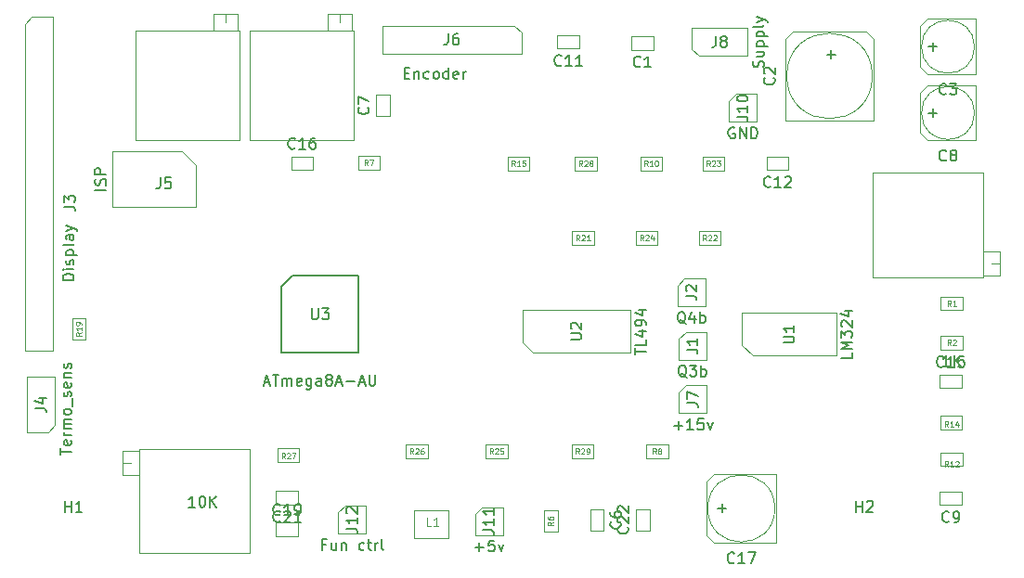
<source format=gbr>
G04 #@! TF.GenerationSoftware,KiCad,Pcbnew,(5.1.4)-1*
G04 #@! TF.CreationDate,2019-11-08T19:54:45+05:00*
G04 #@! TF.ProjectId,powerSupplyArduino,706f7765-7253-4757-9070-6c7941726475,rev?*
G04 #@! TF.SameCoordinates,Original*
G04 #@! TF.FileFunction,Other,Fab,Top*
%FSLAX46Y46*%
G04 Gerber Fmt 4.6, Leading zero omitted, Abs format (unit mm)*
G04 Created by KiCad (PCBNEW (5.1.4)-1) date 2019-11-08 19:54:45*
%MOMM*%
%LPD*%
G04 APERTURE LIST*
%ADD10C,0.100000*%
%ADD11C,0.150000*%
%ADD12C,0.075000*%
%ADD13C,0.120000*%
G04 APERTURE END LIST*
D10*
X151410000Y-53595000D02*
X151410000Y-51690000D01*
X151410000Y-51690000D02*
X156490000Y-51690000D01*
X156490000Y-51690000D02*
X156490000Y-54230000D01*
X156490000Y-54230000D02*
X152045000Y-54230000D01*
X152045000Y-54230000D02*
X151410000Y-53595000D01*
X119805000Y-95250000D02*
X121710000Y-95250000D01*
X121710000Y-95250000D02*
X121710000Y-97790000D01*
X121710000Y-97790000D02*
X119170000Y-97790000D01*
X119170000Y-97790000D02*
X119170000Y-95885000D01*
X119170000Y-95885000D02*
X119805000Y-95250000D01*
X132275000Y-95380000D02*
X134180000Y-95380000D01*
X134180000Y-95380000D02*
X134180000Y-97920000D01*
X134180000Y-97920000D02*
X131640000Y-97920000D01*
X131640000Y-97920000D02*
X131640000Y-96015000D01*
X131640000Y-96015000D02*
X132275000Y-95380000D01*
X155435000Y-57680000D02*
X157340000Y-57680000D01*
X157340000Y-57680000D02*
X157340000Y-60220000D01*
X157340000Y-60220000D02*
X154800000Y-60220000D01*
X154800000Y-60220000D02*
X154800000Y-58315000D01*
X154800000Y-58315000D02*
X155435000Y-57680000D01*
X150875000Y-84270000D02*
X152780000Y-84270000D01*
X152780000Y-84270000D02*
X152780000Y-86810000D01*
X152780000Y-86810000D02*
X150240000Y-86810000D01*
X150240000Y-86810000D02*
X150240000Y-84905000D01*
X150240000Y-84905000D02*
X150875000Y-84270000D01*
X150765000Y-74510000D02*
X152670000Y-74510000D01*
X152670000Y-74510000D02*
X152670000Y-77050000D01*
X152670000Y-77050000D02*
X150130000Y-77050000D01*
X150130000Y-77050000D02*
X150130000Y-75145000D01*
X150130000Y-75145000D02*
X150765000Y-74510000D01*
X150855000Y-79390000D02*
X152760000Y-79390000D01*
X152760000Y-79390000D02*
X152760000Y-81930000D01*
X152760000Y-81930000D02*
X150220000Y-81930000D01*
X150220000Y-81930000D02*
X150220000Y-80025000D01*
X150220000Y-80025000D02*
X150855000Y-79390000D01*
X101035000Y-90075000D02*
X101035000Y-99605000D01*
X101035000Y-99605000D02*
X111065000Y-99605000D01*
X111065000Y-99605000D02*
X111065000Y-90075000D01*
X111065000Y-90075000D02*
X101035000Y-90075000D01*
X99515000Y-90250000D02*
X99515000Y-92440000D01*
X99515000Y-92440000D02*
X101035000Y-92440000D01*
X101035000Y-92440000D02*
X101035000Y-90250000D01*
X101035000Y-90250000D02*
X99515000Y-90250000D01*
X99515000Y-91345000D02*
X100275000Y-91345000D01*
X110175000Y-51881000D02*
X100645000Y-51881000D01*
X100645000Y-51881000D02*
X100645000Y-61911000D01*
X100645000Y-61911000D02*
X110175000Y-61911000D01*
X110175000Y-61911000D02*
X110175000Y-51881000D01*
X110000000Y-50361000D02*
X107810000Y-50361000D01*
X107810000Y-50361000D02*
X107810000Y-51881000D01*
X107810000Y-51881000D02*
X110000000Y-51881000D01*
X110000000Y-51881000D02*
X110000000Y-50361000D01*
X108905000Y-50361000D02*
X108905000Y-51121000D01*
X177975000Y-74415000D02*
X177975000Y-64885000D01*
X177975000Y-64885000D02*
X167945000Y-64885000D01*
X167945000Y-64885000D02*
X167945000Y-74415000D01*
X167945000Y-74415000D02*
X177975000Y-74415000D01*
X179495000Y-74240000D02*
X179495000Y-72050000D01*
X179495000Y-72050000D02*
X177975000Y-72050000D01*
X177975000Y-72050000D02*
X177975000Y-74240000D01*
X177975000Y-74240000D02*
X179495000Y-74240000D01*
X179495000Y-73145000D02*
X178735000Y-73145000D01*
X120589000Y-51881000D02*
X111059000Y-51881000D01*
X111059000Y-51881000D02*
X111059000Y-61911000D01*
X111059000Y-61911000D02*
X120589000Y-61911000D01*
X120589000Y-61911000D02*
X120589000Y-51881000D01*
X120414000Y-50361000D02*
X118224000Y-50361000D01*
X118224000Y-50361000D02*
X118224000Y-51881000D01*
X118224000Y-51881000D02*
X120414000Y-51881000D01*
X120414000Y-51881000D02*
X120414000Y-50361000D01*
X119319000Y-50361000D02*
X119319000Y-51121000D01*
X158989412Y-95510000D02*
G75*
G03X158989412Y-95510000I-3059412J0D01*
G01*
X159080000Y-98660000D02*
X159080000Y-92360000D01*
X153450000Y-98660000D02*
X159080000Y-98660000D01*
X152780000Y-97990000D02*
X153450000Y-98660000D01*
X152780000Y-93030000D02*
X152780000Y-97990000D01*
X153450000Y-92360000D02*
X152780000Y-93030000D01*
X159080000Y-92360000D02*
X153450000Y-92360000D01*
D11*
X114020000Y-75290000D02*
X115020000Y-74290000D01*
X114020000Y-81290000D02*
X114020000Y-75290000D01*
X121020000Y-81290000D02*
X114020000Y-81290000D01*
X121020000Y-74290000D02*
X121020000Y-81290000D01*
X115020000Y-74290000D02*
X121020000Y-74290000D01*
D10*
X136925000Y-81300000D02*
X135950000Y-80325000D01*
X145850000Y-81300000D02*
X136925000Y-81300000D01*
X145850000Y-77400000D02*
X145850000Y-81300000D01*
X135950000Y-77400000D02*
X145850000Y-77400000D01*
X135950000Y-80325000D02*
X135950000Y-77400000D01*
X156950000Y-81570000D02*
X155975000Y-80595000D01*
X164625000Y-81570000D02*
X156950000Y-81570000D01*
X164625000Y-77670000D02*
X164625000Y-81570000D01*
X155975000Y-77670000D02*
X164625000Y-77670000D01*
X155975000Y-80595000D02*
X155975000Y-77670000D01*
X142460000Y-89680000D02*
X142460000Y-90920000D01*
X140460000Y-89680000D02*
X142460000Y-89680000D01*
X140460000Y-90920000D02*
X140460000Y-89680000D01*
X142460000Y-90920000D02*
X140460000Y-90920000D01*
X140750000Y-64652000D02*
X140750000Y-63412000D01*
X142750000Y-64652000D02*
X140750000Y-64652000D01*
X142750000Y-63412000D02*
X142750000Y-64652000D01*
X140750000Y-63412000D02*
X142750000Y-63412000D01*
X113610000Y-89990000D02*
X115610000Y-89990000D01*
X115610000Y-89990000D02*
X115610000Y-91230000D01*
X115610000Y-91230000D02*
X113610000Y-91230000D01*
X113610000Y-91230000D02*
X113610000Y-89990000D01*
X125350000Y-90920000D02*
X125350000Y-89680000D01*
X127350000Y-90920000D02*
X125350000Y-90920000D01*
X127350000Y-89680000D02*
X127350000Y-90920000D01*
X125350000Y-89680000D02*
X127350000Y-89680000D01*
X134610000Y-90920000D02*
X132610000Y-90920000D01*
X132610000Y-90920000D02*
X132610000Y-89680000D01*
X132610000Y-89680000D02*
X134610000Y-89680000D01*
X134610000Y-89680000D02*
X134610000Y-90920000D01*
X148300000Y-71464000D02*
X146300000Y-71464000D01*
X146300000Y-71464000D02*
X146300000Y-70224000D01*
X146300000Y-70224000D02*
X148300000Y-70224000D01*
X148300000Y-70224000D02*
X148300000Y-71464000D01*
X154400000Y-63412000D02*
X154400000Y-64652000D01*
X152400000Y-63412000D02*
X154400000Y-63412000D01*
X152400000Y-64652000D02*
X152400000Y-63412000D01*
X154400000Y-64652000D02*
X152400000Y-64652000D01*
X154050000Y-70224000D02*
X154050000Y-71464000D01*
X152050000Y-70224000D02*
X154050000Y-70224000D01*
X152050000Y-71464000D02*
X152050000Y-70224000D01*
X154050000Y-71464000D02*
X152050000Y-71464000D01*
X142500000Y-71464000D02*
X140500000Y-71464000D01*
X140500000Y-71464000D02*
X140500000Y-70224000D01*
X140500000Y-70224000D02*
X142500000Y-70224000D01*
X142500000Y-70224000D02*
X142500000Y-71464000D01*
X94910000Y-78130000D02*
X96150000Y-78130000D01*
X94910000Y-80130000D02*
X94910000Y-78130000D01*
X96150000Y-80130000D02*
X94910000Y-80130000D01*
X96150000Y-78130000D02*
X96150000Y-80130000D01*
X134610000Y-64652000D02*
X134610000Y-63412000D01*
X136610000Y-64652000D02*
X134610000Y-64652000D01*
X136610000Y-63412000D02*
X136610000Y-64652000D01*
X134610000Y-63412000D02*
X136610000Y-63412000D01*
X176070000Y-87030000D02*
X176070000Y-88270000D01*
X174070000Y-87030000D02*
X176070000Y-87030000D01*
X174070000Y-88270000D02*
X174070000Y-87030000D01*
X176070000Y-88270000D02*
X174070000Y-88270000D01*
X174130000Y-91650000D02*
X174130000Y-90410000D01*
X176130000Y-91650000D02*
X174130000Y-91650000D01*
X176130000Y-90410000D02*
X176130000Y-91650000D01*
X174130000Y-90410000D02*
X176130000Y-90410000D01*
X146710000Y-64652000D02*
X146710000Y-63412000D01*
X148710000Y-64652000D02*
X146710000Y-64652000D01*
X148710000Y-63412000D02*
X148710000Y-64652000D01*
X146710000Y-63412000D02*
X148710000Y-63412000D01*
X147250000Y-90920000D02*
X147250000Y-89680000D01*
X149250000Y-90920000D02*
X147250000Y-90920000D01*
X149250000Y-89680000D02*
X149250000Y-90920000D01*
X147250000Y-89680000D02*
X149250000Y-89680000D01*
X120970000Y-63344000D02*
X122970000Y-63344000D01*
X122970000Y-63344000D02*
X122970000Y-64584000D01*
X122970000Y-64584000D02*
X120970000Y-64584000D01*
X120970000Y-64584000D02*
X120970000Y-63344000D01*
X139168000Y-97650000D02*
X137928000Y-97650000D01*
X139168000Y-95650000D02*
X139168000Y-97650000D01*
X137928000Y-95650000D02*
X139168000Y-95650000D01*
X137928000Y-97650000D02*
X137928000Y-95650000D01*
X174130000Y-80985000D02*
X174130000Y-79745000D01*
X176130000Y-80985000D02*
X174130000Y-80985000D01*
X176130000Y-79745000D02*
X176130000Y-80985000D01*
X174130000Y-79745000D02*
X176130000Y-79745000D01*
X174130000Y-76170000D02*
X176130000Y-76170000D01*
X176130000Y-76170000D02*
X176130000Y-77410000D01*
X176130000Y-77410000D02*
X174130000Y-77410000D01*
X174130000Y-77410000D02*
X174130000Y-76170000D01*
X126048000Y-95680000D02*
X129248000Y-95680000D01*
X126048000Y-98180000D02*
X126048000Y-95680000D01*
X129248000Y-98180000D02*
X126048000Y-98180000D01*
X129248000Y-95680000D02*
X129248000Y-98180000D01*
X135870000Y-52095000D02*
X135870000Y-54000000D01*
X135870000Y-54000000D02*
X123170000Y-54000000D01*
X123170000Y-54000000D02*
X123170000Y-51460000D01*
X123170000Y-51460000D02*
X135235000Y-51460000D01*
X135235000Y-51460000D02*
X135870000Y-52095000D01*
X106210000Y-64190000D02*
X106210000Y-68000000D01*
X106210000Y-68000000D02*
X98590000Y-68000000D01*
X98590000Y-68000000D02*
X98590000Y-62920000D01*
X98590000Y-62920000D02*
X104940000Y-62920000D01*
X104940000Y-62920000D02*
X106210000Y-64190000D01*
X92715000Y-88560000D02*
X90810000Y-88560000D01*
X90810000Y-88560000D02*
X90810000Y-83480000D01*
X90810000Y-83480000D02*
X93350000Y-83480000D01*
X93350000Y-83480000D02*
X93350000Y-87925000D01*
X93350000Y-87925000D02*
X92715000Y-88560000D01*
X91235000Y-50640000D02*
X93140000Y-50640000D01*
X93140000Y-50640000D02*
X93140000Y-81120000D01*
X93140000Y-81120000D02*
X90600000Y-81120000D01*
X90600000Y-81120000D02*
X90600000Y-51275000D01*
X90600000Y-51275000D02*
X91235000Y-50640000D01*
X147550000Y-97550000D02*
X146310000Y-97550000D01*
X147550000Y-95550000D02*
X147550000Y-97550000D01*
X146310000Y-95550000D02*
X147550000Y-95550000D01*
X146310000Y-97550000D02*
X146310000Y-95550000D01*
X115510000Y-93930000D02*
X115510000Y-95170000D01*
X113510000Y-93930000D02*
X115510000Y-93930000D01*
X113510000Y-95170000D02*
X113510000Y-93930000D01*
X115510000Y-95170000D02*
X113510000Y-95170000D01*
X113510000Y-98040000D02*
X113510000Y-96800000D01*
X115510000Y-98040000D02*
X113510000Y-98040000D01*
X115510000Y-96800000D02*
X115510000Y-98040000D01*
X113510000Y-96800000D02*
X115510000Y-96800000D01*
X114870000Y-64620000D02*
X114870000Y-63380000D01*
X116870000Y-64620000D02*
X114870000Y-64620000D01*
X116870000Y-63380000D02*
X116870000Y-64620000D01*
X114870000Y-63380000D02*
X116870000Y-63380000D01*
X174030000Y-83290000D02*
X176030000Y-83290000D01*
X176030000Y-83290000D02*
X176030000Y-84530000D01*
X176030000Y-84530000D02*
X174030000Y-84530000D01*
X174030000Y-84530000D02*
X174030000Y-83290000D01*
X160240000Y-63382000D02*
X160240000Y-64622000D01*
X158240000Y-63382000D02*
X160240000Y-63382000D01*
X158240000Y-64622000D02*
X158240000Y-63382000D01*
X160240000Y-64622000D02*
X158240000Y-64622000D01*
X141160000Y-52310000D02*
X141160000Y-53550000D01*
X139160000Y-52310000D02*
X141160000Y-52310000D01*
X139160000Y-53550000D02*
X139160000Y-52310000D01*
X141160000Y-53550000D02*
X139160000Y-53550000D01*
X176030000Y-93955000D02*
X176030000Y-95195000D01*
X174030000Y-93955000D02*
X176030000Y-93955000D01*
X174030000Y-95195000D02*
X174030000Y-93955000D01*
X176030000Y-95195000D02*
X174030000Y-95195000D01*
X177198677Y-59420000D02*
G75*
G03X177198677Y-59420000I-2418677J0D01*
G01*
X177290000Y-61910000D02*
X177290000Y-56880000D01*
X172940000Y-61910000D02*
X177290000Y-61910000D01*
X172270000Y-61240000D02*
X172940000Y-61910000D01*
X172270000Y-57550000D02*
X172270000Y-61240000D01*
X172940000Y-56880000D02*
X172270000Y-57550000D01*
X177290000Y-56880000D02*
X172940000Y-56880000D01*
X123890000Y-59730000D02*
X122650000Y-59730000D01*
X123890000Y-57730000D02*
X123890000Y-59730000D01*
X122650000Y-57730000D02*
X123890000Y-57730000D01*
X122650000Y-59730000D02*
X122650000Y-57730000D01*
X142134000Y-95550000D02*
X143374000Y-95550000D01*
X142134000Y-97550000D02*
X142134000Y-95550000D01*
X143374000Y-97550000D02*
X142134000Y-97550000D01*
X143374000Y-95550000D02*
X143374000Y-97550000D01*
X177198677Y-53370000D02*
G75*
G03X177198677Y-53370000I-2418677J0D01*
G01*
X177290000Y-55860000D02*
X177290000Y-50830000D01*
X172940000Y-55860000D02*
X177290000Y-55860000D01*
X172270000Y-55190000D02*
X172940000Y-55860000D01*
X172270000Y-51500000D02*
X172270000Y-55190000D01*
X172940000Y-50830000D02*
X172270000Y-51500000D01*
X177290000Y-50830000D02*
X172940000Y-50830000D01*
X167885125Y-56040000D02*
G75*
G03X167885125Y-56040000I-3905125J0D01*
G01*
X159940000Y-60080000D02*
X168020000Y-60080000D01*
X159940000Y-52670000D02*
X159940000Y-60080000D01*
X160610000Y-52000000D02*
X159940000Y-52670000D01*
X167350000Y-52000000D02*
X160610000Y-52000000D01*
X168020000Y-52670000D02*
X167350000Y-52000000D01*
X168020000Y-60080000D02*
X168020000Y-52670000D01*
X147900000Y-52420000D02*
X147900000Y-53660000D01*
X145900000Y-52420000D02*
X147900000Y-52420000D01*
X145900000Y-53660000D02*
X145900000Y-52420000D01*
X147900000Y-53660000D02*
X145900000Y-53660000D01*
D11*
X94238095Y-95822380D02*
X94238095Y-94822380D01*
X94238095Y-95298571D02*
X94809523Y-95298571D01*
X94809523Y-95822380D02*
X94809523Y-94822380D01*
X95809523Y-95822380D02*
X95238095Y-95822380D01*
X95523809Y-95822380D02*
X95523809Y-94822380D01*
X95428571Y-94965238D01*
X95333333Y-95060476D01*
X95238095Y-95108095D01*
X166368095Y-95822380D02*
X166368095Y-94822380D01*
X166368095Y-95298571D02*
X166939523Y-95298571D01*
X166939523Y-95822380D02*
X166939523Y-94822380D01*
X167368095Y-94917619D02*
X167415714Y-94870000D01*
X167510952Y-94822380D01*
X167749047Y-94822380D01*
X167844285Y-94870000D01*
X167891904Y-94917619D01*
X167939523Y-95012857D01*
X167939523Y-95108095D01*
X167891904Y-95250952D01*
X167320476Y-95822380D01*
X167939523Y-95822380D01*
X157954761Y-55245714D02*
X158002380Y-55102857D01*
X158002380Y-54864761D01*
X157954761Y-54769523D01*
X157907142Y-54721904D01*
X157811904Y-54674285D01*
X157716666Y-54674285D01*
X157621428Y-54721904D01*
X157573809Y-54769523D01*
X157526190Y-54864761D01*
X157478571Y-55055238D01*
X157430952Y-55150476D01*
X157383333Y-55198095D01*
X157288095Y-55245714D01*
X157192857Y-55245714D01*
X157097619Y-55198095D01*
X157050000Y-55150476D01*
X157002380Y-55055238D01*
X157002380Y-54817142D01*
X157050000Y-54674285D01*
X157335714Y-53817142D02*
X158002380Y-53817142D01*
X157335714Y-54245714D02*
X157859523Y-54245714D01*
X157954761Y-54198095D01*
X158002380Y-54102857D01*
X158002380Y-53960000D01*
X157954761Y-53864761D01*
X157907142Y-53817142D01*
X157335714Y-53340952D02*
X158335714Y-53340952D01*
X157383333Y-53340952D02*
X157335714Y-53245714D01*
X157335714Y-53055238D01*
X157383333Y-52960000D01*
X157430952Y-52912380D01*
X157526190Y-52864761D01*
X157811904Y-52864761D01*
X157907142Y-52912380D01*
X157954761Y-52960000D01*
X158002380Y-53055238D01*
X158002380Y-53245714D01*
X157954761Y-53340952D01*
X157335714Y-52436190D02*
X158335714Y-52436190D01*
X157383333Y-52436190D02*
X157335714Y-52340952D01*
X157335714Y-52150476D01*
X157383333Y-52055238D01*
X157430952Y-52007619D01*
X157526190Y-51960000D01*
X157811904Y-51960000D01*
X157907142Y-52007619D01*
X157954761Y-52055238D01*
X158002380Y-52150476D01*
X158002380Y-52340952D01*
X157954761Y-52436190D01*
X158002380Y-51388571D02*
X157954761Y-51483809D01*
X157859523Y-51531428D01*
X157002380Y-51531428D01*
X157335714Y-51102857D02*
X158002380Y-50864761D01*
X157335714Y-50626666D02*
X158002380Y-50864761D01*
X158240476Y-50960000D01*
X158288095Y-51007619D01*
X158335714Y-51102857D01*
X153616666Y-52412380D02*
X153616666Y-53126666D01*
X153569047Y-53269523D01*
X153473809Y-53364761D01*
X153330952Y-53412380D01*
X153235714Y-53412380D01*
X154235714Y-52840952D02*
X154140476Y-52793333D01*
X154092857Y-52745714D01*
X154045238Y-52650476D01*
X154045238Y-52602857D01*
X154092857Y-52507619D01*
X154140476Y-52460000D01*
X154235714Y-52412380D01*
X154426190Y-52412380D01*
X154521428Y-52460000D01*
X154569047Y-52507619D01*
X154616666Y-52602857D01*
X154616666Y-52650476D01*
X154569047Y-52745714D01*
X154521428Y-52793333D01*
X154426190Y-52840952D01*
X154235714Y-52840952D01*
X154140476Y-52888571D01*
X154092857Y-52936190D01*
X154045238Y-53031428D01*
X154045238Y-53221904D01*
X154092857Y-53317142D01*
X154140476Y-53364761D01*
X154235714Y-53412380D01*
X154426190Y-53412380D01*
X154521428Y-53364761D01*
X154569047Y-53317142D01*
X154616666Y-53221904D01*
X154616666Y-53031428D01*
X154569047Y-52936190D01*
X154521428Y-52888571D01*
X154426190Y-52840952D01*
X118011428Y-98778571D02*
X117678095Y-98778571D01*
X117678095Y-99302380D02*
X117678095Y-98302380D01*
X118154285Y-98302380D01*
X118963809Y-98635714D02*
X118963809Y-99302380D01*
X118535238Y-98635714D02*
X118535238Y-99159523D01*
X118582857Y-99254761D01*
X118678095Y-99302380D01*
X118820952Y-99302380D01*
X118916190Y-99254761D01*
X118963809Y-99207142D01*
X119440000Y-98635714D02*
X119440000Y-99302380D01*
X119440000Y-98730952D02*
X119487619Y-98683333D01*
X119582857Y-98635714D01*
X119725714Y-98635714D01*
X119820952Y-98683333D01*
X119868571Y-98778571D01*
X119868571Y-99302380D01*
X121535238Y-99254761D02*
X121440000Y-99302380D01*
X121249523Y-99302380D01*
X121154285Y-99254761D01*
X121106666Y-99207142D01*
X121059047Y-99111904D01*
X121059047Y-98826190D01*
X121106666Y-98730952D01*
X121154285Y-98683333D01*
X121249523Y-98635714D01*
X121440000Y-98635714D01*
X121535238Y-98683333D01*
X121820952Y-98635714D02*
X122201904Y-98635714D01*
X121963809Y-98302380D02*
X121963809Y-99159523D01*
X122011428Y-99254761D01*
X122106666Y-99302380D01*
X122201904Y-99302380D01*
X122535238Y-99302380D02*
X122535238Y-98635714D01*
X122535238Y-98826190D02*
X122582857Y-98730952D01*
X122630476Y-98683333D01*
X122725714Y-98635714D01*
X122820952Y-98635714D01*
X123297142Y-99302380D02*
X123201904Y-99254761D01*
X123154285Y-99159523D01*
X123154285Y-98302380D01*
X119892380Y-97329523D02*
X120606666Y-97329523D01*
X120749523Y-97377142D01*
X120844761Y-97472380D01*
X120892380Y-97615238D01*
X120892380Y-97710476D01*
X120892380Y-96329523D02*
X120892380Y-96900952D01*
X120892380Y-96615238D02*
X119892380Y-96615238D01*
X120035238Y-96710476D01*
X120130476Y-96805714D01*
X120178095Y-96900952D01*
X119987619Y-95948571D02*
X119940000Y-95900952D01*
X119892380Y-95805714D01*
X119892380Y-95567619D01*
X119940000Y-95472380D01*
X119987619Y-95424761D01*
X120082857Y-95377142D01*
X120178095Y-95377142D01*
X120320952Y-95424761D01*
X120892380Y-95996190D01*
X120892380Y-95377142D01*
X131671904Y-99051428D02*
X132433809Y-99051428D01*
X132052857Y-99432380D02*
X132052857Y-98670476D01*
X133386190Y-98432380D02*
X132910000Y-98432380D01*
X132862380Y-98908571D01*
X132910000Y-98860952D01*
X133005238Y-98813333D01*
X133243333Y-98813333D01*
X133338571Y-98860952D01*
X133386190Y-98908571D01*
X133433809Y-99003809D01*
X133433809Y-99241904D01*
X133386190Y-99337142D01*
X133338571Y-99384761D01*
X133243333Y-99432380D01*
X133005238Y-99432380D01*
X132910000Y-99384761D01*
X132862380Y-99337142D01*
X133767142Y-98765714D02*
X134005238Y-99432380D01*
X134243333Y-98765714D01*
X132362380Y-97459523D02*
X133076666Y-97459523D01*
X133219523Y-97507142D01*
X133314761Y-97602380D01*
X133362380Y-97745238D01*
X133362380Y-97840476D01*
X133362380Y-96459523D02*
X133362380Y-97030952D01*
X133362380Y-96745238D02*
X132362380Y-96745238D01*
X132505238Y-96840476D01*
X132600476Y-96935714D01*
X132648095Y-97030952D01*
X133362380Y-95507142D02*
X133362380Y-96078571D01*
X133362380Y-95792857D02*
X132362380Y-95792857D01*
X132505238Y-95888095D01*
X132600476Y-95983333D01*
X132648095Y-96078571D01*
X155308095Y-60780000D02*
X155212857Y-60732380D01*
X155070000Y-60732380D01*
X154927142Y-60780000D01*
X154831904Y-60875238D01*
X154784285Y-60970476D01*
X154736666Y-61160952D01*
X154736666Y-61303809D01*
X154784285Y-61494285D01*
X154831904Y-61589523D01*
X154927142Y-61684761D01*
X155070000Y-61732380D01*
X155165238Y-61732380D01*
X155308095Y-61684761D01*
X155355714Y-61637142D01*
X155355714Y-61303809D01*
X155165238Y-61303809D01*
X155784285Y-61732380D02*
X155784285Y-60732380D01*
X156355714Y-61732380D01*
X156355714Y-60732380D01*
X156831904Y-61732380D02*
X156831904Y-60732380D01*
X157070000Y-60732380D01*
X157212857Y-60780000D01*
X157308095Y-60875238D01*
X157355714Y-60970476D01*
X157403333Y-61160952D01*
X157403333Y-61303809D01*
X157355714Y-61494285D01*
X157308095Y-61589523D01*
X157212857Y-61684761D01*
X157070000Y-61732380D01*
X156831904Y-61732380D01*
X155522380Y-59759523D02*
X156236666Y-59759523D01*
X156379523Y-59807142D01*
X156474761Y-59902380D01*
X156522380Y-60045238D01*
X156522380Y-60140476D01*
X156522380Y-58759523D02*
X156522380Y-59330952D01*
X156522380Y-59045238D02*
X155522380Y-59045238D01*
X155665238Y-59140476D01*
X155760476Y-59235714D01*
X155808095Y-59330952D01*
X155522380Y-58140476D02*
X155522380Y-58045238D01*
X155570000Y-57950000D01*
X155617619Y-57902380D01*
X155712857Y-57854761D01*
X155903333Y-57807142D01*
X156141428Y-57807142D01*
X156331904Y-57854761D01*
X156427142Y-57902380D01*
X156474761Y-57950000D01*
X156522380Y-58045238D01*
X156522380Y-58140476D01*
X156474761Y-58235714D01*
X156427142Y-58283333D01*
X156331904Y-58330952D01*
X156141428Y-58378571D01*
X155903333Y-58378571D01*
X155712857Y-58330952D01*
X155617619Y-58283333D01*
X155570000Y-58235714D01*
X155522380Y-58140476D01*
X149795714Y-87941428D02*
X150557619Y-87941428D01*
X150176666Y-88322380D02*
X150176666Y-87560476D01*
X151557619Y-88322380D02*
X150986190Y-88322380D01*
X151271904Y-88322380D02*
X151271904Y-87322380D01*
X151176666Y-87465238D01*
X151081428Y-87560476D01*
X150986190Y-87608095D01*
X152462380Y-87322380D02*
X151986190Y-87322380D01*
X151938571Y-87798571D01*
X151986190Y-87750952D01*
X152081428Y-87703333D01*
X152319523Y-87703333D01*
X152414761Y-87750952D01*
X152462380Y-87798571D01*
X152510000Y-87893809D01*
X152510000Y-88131904D01*
X152462380Y-88227142D01*
X152414761Y-88274761D01*
X152319523Y-88322380D01*
X152081428Y-88322380D01*
X151986190Y-88274761D01*
X151938571Y-88227142D01*
X152843333Y-87655714D02*
X153081428Y-88322380D01*
X153319523Y-87655714D01*
X150962380Y-85873333D02*
X151676666Y-85873333D01*
X151819523Y-85920952D01*
X151914761Y-86016190D01*
X151962380Y-86159047D01*
X151962380Y-86254285D01*
X150962380Y-85492380D02*
X150962380Y-84825714D01*
X151962380Y-85254285D01*
X150852380Y-78657619D02*
X150757142Y-78610000D01*
X150661904Y-78514761D01*
X150519047Y-78371904D01*
X150423809Y-78324285D01*
X150328571Y-78324285D01*
X150376190Y-78562380D02*
X150280952Y-78514761D01*
X150185714Y-78419523D01*
X150138095Y-78229047D01*
X150138095Y-77895714D01*
X150185714Y-77705238D01*
X150280952Y-77610000D01*
X150376190Y-77562380D01*
X150566666Y-77562380D01*
X150661904Y-77610000D01*
X150757142Y-77705238D01*
X150804761Y-77895714D01*
X150804761Y-78229047D01*
X150757142Y-78419523D01*
X150661904Y-78514761D01*
X150566666Y-78562380D01*
X150376190Y-78562380D01*
X151661904Y-77895714D02*
X151661904Y-78562380D01*
X151423809Y-77514761D02*
X151185714Y-78229047D01*
X151804761Y-78229047D01*
X152185714Y-78562380D02*
X152185714Y-77562380D01*
X152185714Y-77943333D02*
X152280952Y-77895714D01*
X152471428Y-77895714D01*
X152566666Y-77943333D01*
X152614285Y-77990952D01*
X152661904Y-78086190D01*
X152661904Y-78371904D01*
X152614285Y-78467142D01*
X152566666Y-78514761D01*
X152471428Y-78562380D01*
X152280952Y-78562380D01*
X152185714Y-78514761D01*
X150852380Y-76113333D02*
X151566666Y-76113333D01*
X151709523Y-76160952D01*
X151804761Y-76256190D01*
X151852380Y-76399047D01*
X151852380Y-76494285D01*
X150947619Y-75684761D02*
X150900000Y-75637142D01*
X150852380Y-75541904D01*
X150852380Y-75303809D01*
X150900000Y-75208571D01*
X150947619Y-75160952D01*
X151042857Y-75113333D01*
X151138095Y-75113333D01*
X151280952Y-75160952D01*
X151852380Y-75732380D01*
X151852380Y-75113333D01*
X150942380Y-83537619D02*
X150847142Y-83490000D01*
X150751904Y-83394761D01*
X150609047Y-83251904D01*
X150513809Y-83204285D01*
X150418571Y-83204285D01*
X150466190Y-83442380D02*
X150370952Y-83394761D01*
X150275714Y-83299523D01*
X150228095Y-83109047D01*
X150228095Y-82775714D01*
X150275714Y-82585238D01*
X150370952Y-82490000D01*
X150466190Y-82442380D01*
X150656666Y-82442380D01*
X150751904Y-82490000D01*
X150847142Y-82585238D01*
X150894761Y-82775714D01*
X150894761Y-83109047D01*
X150847142Y-83299523D01*
X150751904Y-83394761D01*
X150656666Y-83442380D01*
X150466190Y-83442380D01*
X151228095Y-82442380D02*
X151847142Y-82442380D01*
X151513809Y-82823333D01*
X151656666Y-82823333D01*
X151751904Y-82870952D01*
X151799523Y-82918571D01*
X151847142Y-83013809D01*
X151847142Y-83251904D01*
X151799523Y-83347142D01*
X151751904Y-83394761D01*
X151656666Y-83442380D01*
X151370952Y-83442380D01*
X151275714Y-83394761D01*
X151228095Y-83347142D01*
X152275714Y-83442380D02*
X152275714Y-82442380D01*
X152275714Y-82823333D02*
X152370952Y-82775714D01*
X152561428Y-82775714D01*
X152656666Y-82823333D01*
X152704285Y-82870952D01*
X152751904Y-82966190D01*
X152751904Y-83251904D01*
X152704285Y-83347142D01*
X152656666Y-83394761D01*
X152561428Y-83442380D01*
X152370952Y-83442380D01*
X152275714Y-83394761D01*
X150942380Y-80993333D02*
X151656666Y-80993333D01*
X151799523Y-81040952D01*
X151894761Y-81136190D01*
X151942380Y-81279047D01*
X151942380Y-81374285D01*
X151942380Y-79993333D02*
X151942380Y-80564761D01*
X151942380Y-80279047D02*
X150942380Y-80279047D01*
X151085238Y-80374285D01*
X151180476Y-80469523D01*
X151228095Y-80564761D01*
X106109523Y-95382380D02*
X105538095Y-95382380D01*
X105823809Y-95382380D02*
X105823809Y-94382380D01*
X105728571Y-94525238D01*
X105633333Y-94620476D01*
X105538095Y-94668095D01*
X106728571Y-94382380D02*
X106823809Y-94382380D01*
X106919047Y-94430000D01*
X106966666Y-94477619D01*
X107014285Y-94572857D01*
X107061904Y-94763333D01*
X107061904Y-95001428D01*
X107014285Y-95191904D01*
X106966666Y-95287142D01*
X106919047Y-95334761D01*
X106823809Y-95382380D01*
X106728571Y-95382380D01*
X106633333Y-95334761D01*
X106585714Y-95287142D01*
X106538095Y-95191904D01*
X106490476Y-95001428D01*
X106490476Y-94763333D01*
X106538095Y-94572857D01*
X106585714Y-94477619D01*
X106633333Y-94430000D01*
X106728571Y-94382380D01*
X107490476Y-95382380D02*
X107490476Y-94382380D01*
X108061904Y-95382380D02*
X107633333Y-94810952D01*
X108061904Y-94382380D02*
X107490476Y-94953809D01*
X153799047Y-95501428D02*
X154560952Y-95501428D01*
X154180000Y-95882380D02*
X154180000Y-95120476D01*
X155287142Y-100427142D02*
X155239523Y-100474761D01*
X155096666Y-100522380D01*
X155001428Y-100522380D01*
X154858571Y-100474761D01*
X154763333Y-100379523D01*
X154715714Y-100284285D01*
X154668095Y-100093809D01*
X154668095Y-99950952D01*
X154715714Y-99760476D01*
X154763333Y-99665238D01*
X154858571Y-99570000D01*
X155001428Y-99522380D01*
X155096666Y-99522380D01*
X155239523Y-99570000D01*
X155287142Y-99617619D01*
X156239523Y-100522380D02*
X155668095Y-100522380D01*
X155953809Y-100522380D02*
X155953809Y-99522380D01*
X155858571Y-99665238D01*
X155763333Y-99760476D01*
X155668095Y-99808095D01*
X156572857Y-99522380D02*
X157239523Y-99522380D01*
X156810952Y-100522380D01*
X112424761Y-84006666D02*
X112900952Y-84006666D01*
X112329523Y-84292380D02*
X112662857Y-83292380D01*
X112996190Y-84292380D01*
X113186666Y-83292380D02*
X113758095Y-83292380D01*
X113472380Y-84292380D02*
X113472380Y-83292380D01*
X114091428Y-84292380D02*
X114091428Y-83625714D01*
X114091428Y-83720952D02*
X114139047Y-83673333D01*
X114234285Y-83625714D01*
X114377142Y-83625714D01*
X114472380Y-83673333D01*
X114520000Y-83768571D01*
X114520000Y-84292380D01*
X114520000Y-83768571D02*
X114567619Y-83673333D01*
X114662857Y-83625714D01*
X114805714Y-83625714D01*
X114900952Y-83673333D01*
X114948571Y-83768571D01*
X114948571Y-84292380D01*
X115805714Y-84244761D02*
X115710476Y-84292380D01*
X115520000Y-84292380D01*
X115424761Y-84244761D01*
X115377142Y-84149523D01*
X115377142Y-83768571D01*
X115424761Y-83673333D01*
X115520000Y-83625714D01*
X115710476Y-83625714D01*
X115805714Y-83673333D01*
X115853333Y-83768571D01*
X115853333Y-83863809D01*
X115377142Y-83959047D01*
X116710476Y-83625714D02*
X116710476Y-84435238D01*
X116662857Y-84530476D01*
X116615238Y-84578095D01*
X116520000Y-84625714D01*
X116377142Y-84625714D01*
X116281904Y-84578095D01*
X116710476Y-84244761D02*
X116615238Y-84292380D01*
X116424761Y-84292380D01*
X116329523Y-84244761D01*
X116281904Y-84197142D01*
X116234285Y-84101904D01*
X116234285Y-83816190D01*
X116281904Y-83720952D01*
X116329523Y-83673333D01*
X116424761Y-83625714D01*
X116615238Y-83625714D01*
X116710476Y-83673333D01*
X117615238Y-84292380D02*
X117615238Y-83768571D01*
X117567619Y-83673333D01*
X117472380Y-83625714D01*
X117281904Y-83625714D01*
X117186666Y-83673333D01*
X117615238Y-84244761D02*
X117520000Y-84292380D01*
X117281904Y-84292380D01*
X117186666Y-84244761D01*
X117139047Y-84149523D01*
X117139047Y-84054285D01*
X117186666Y-83959047D01*
X117281904Y-83911428D01*
X117520000Y-83911428D01*
X117615238Y-83863809D01*
X118234285Y-83720952D02*
X118139047Y-83673333D01*
X118091428Y-83625714D01*
X118043809Y-83530476D01*
X118043809Y-83482857D01*
X118091428Y-83387619D01*
X118139047Y-83340000D01*
X118234285Y-83292380D01*
X118424761Y-83292380D01*
X118520000Y-83340000D01*
X118567619Y-83387619D01*
X118615238Y-83482857D01*
X118615238Y-83530476D01*
X118567619Y-83625714D01*
X118520000Y-83673333D01*
X118424761Y-83720952D01*
X118234285Y-83720952D01*
X118139047Y-83768571D01*
X118091428Y-83816190D01*
X118043809Y-83911428D01*
X118043809Y-84101904D01*
X118091428Y-84197142D01*
X118139047Y-84244761D01*
X118234285Y-84292380D01*
X118424761Y-84292380D01*
X118520000Y-84244761D01*
X118567619Y-84197142D01*
X118615238Y-84101904D01*
X118615238Y-83911428D01*
X118567619Y-83816190D01*
X118520000Y-83768571D01*
X118424761Y-83720952D01*
X118996190Y-84006666D02*
X119472380Y-84006666D01*
X118900952Y-84292380D02*
X119234285Y-83292380D01*
X119567619Y-84292380D01*
X119900952Y-83911428D02*
X120662857Y-83911428D01*
X121091428Y-84006666D02*
X121567619Y-84006666D01*
X120996190Y-84292380D02*
X121329523Y-83292380D01*
X121662857Y-84292380D01*
X121996190Y-83292380D02*
X121996190Y-84101904D01*
X122043809Y-84197142D01*
X122091428Y-84244761D01*
X122186666Y-84292380D01*
X122377142Y-84292380D01*
X122472380Y-84244761D01*
X122520000Y-84197142D01*
X122567619Y-84101904D01*
X122567619Y-83292380D01*
X116758095Y-77242380D02*
X116758095Y-78051904D01*
X116805714Y-78147142D01*
X116853333Y-78194761D01*
X116948571Y-78242380D01*
X117139047Y-78242380D01*
X117234285Y-78194761D01*
X117281904Y-78147142D01*
X117329523Y-78051904D01*
X117329523Y-77242380D01*
X117710476Y-77242380D02*
X118329523Y-77242380D01*
X117996190Y-77623333D01*
X118139047Y-77623333D01*
X118234285Y-77670952D01*
X118281904Y-77718571D01*
X118329523Y-77813809D01*
X118329523Y-78051904D01*
X118281904Y-78147142D01*
X118234285Y-78194761D01*
X118139047Y-78242380D01*
X117853333Y-78242380D01*
X117758095Y-78194761D01*
X117710476Y-78147142D01*
X146252380Y-81469047D02*
X146252380Y-80897619D01*
X147252380Y-81183333D02*
X146252380Y-81183333D01*
X147252380Y-80088095D02*
X147252380Y-80564285D01*
X146252380Y-80564285D01*
X146585714Y-79326190D02*
X147252380Y-79326190D01*
X146204761Y-79564285D02*
X146919047Y-79802380D01*
X146919047Y-79183333D01*
X147252380Y-78754761D02*
X147252380Y-78564285D01*
X147204761Y-78469047D01*
X147157142Y-78421428D01*
X147014285Y-78326190D01*
X146823809Y-78278571D01*
X146442857Y-78278571D01*
X146347619Y-78326190D01*
X146300000Y-78373809D01*
X146252380Y-78469047D01*
X146252380Y-78659523D01*
X146300000Y-78754761D01*
X146347619Y-78802380D01*
X146442857Y-78850000D01*
X146680952Y-78850000D01*
X146776190Y-78802380D01*
X146823809Y-78754761D01*
X146871428Y-78659523D01*
X146871428Y-78469047D01*
X146823809Y-78373809D01*
X146776190Y-78326190D01*
X146680952Y-78278571D01*
X146585714Y-77421428D02*
X147252380Y-77421428D01*
X146204761Y-77659523D02*
X146919047Y-77897619D01*
X146919047Y-77278571D01*
X140363333Y-80096666D02*
X141156666Y-80096666D01*
X141250000Y-80050000D01*
X141296666Y-80003333D01*
X141343333Y-79910000D01*
X141343333Y-79723333D01*
X141296666Y-79630000D01*
X141250000Y-79583333D01*
X141156666Y-79536666D01*
X140363333Y-79536666D01*
X140456666Y-79116666D02*
X140410000Y-79070000D01*
X140363333Y-78976666D01*
X140363333Y-78743333D01*
X140410000Y-78650000D01*
X140456666Y-78603333D01*
X140550000Y-78556666D01*
X140643333Y-78556666D01*
X140783333Y-78603333D01*
X141343333Y-79163333D01*
X141343333Y-78556666D01*
X166032380Y-81310476D02*
X166032380Y-81786666D01*
X165032380Y-81786666D01*
X166032380Y-80977142D02*
X165032380Y-80977142D01*
X165746666Y-80643809D01*
X165032380Y-80310476D01*
X166032380Y-80310476D01*
X165032380Y-79929523D02*
X165032380Y-79310476D01*
X165413333Y-79643809D01*
X165413333Y-79500952D01*
X165460952Y-79405714D01*
X165508571Y-79358095D01*
X165603809Y-79310476D01*
X165841904Y-79310476D01*
X165937142Y-79358095D01*
X165984761Y-79405714D01*
X166032380Y-79500952D01*
X166032380Y-79786666D01*
X165984761Y-79881904D01*
X165937142Y-79929523D01*
X165127619Y-78929523D02*
X165080000Y-78881904D01*
X165032380Y-78786666D01*
X165032380Y-78548571D01*
X165080000Y-78453333D01*
X165127619Y-78405714D01*
X165222857Y-78358095D01*
X165318095Y-78358095D01*
X165460952Y-78405714D01*
X166032380Y-78977142D01*
X166032380Y-78358095D01*
X165365714Y-77500952D02*
X166032380Y-77500952D01*
X164984761Y-77739047D02*
X165699047Y-77977142D01*
X165699047Y-77358095D01*
X159763333Y-80366666D02*
X160556666Y-80366666D01*
X160650000Y-80320000D01*
X160696666Y-80273333D01*
X160743333Y-80180000D01*
X160743333Y-79993333D01*
X160696666Y-79900000D01*
X160650000Y-79853333D01*
X160556666Y-79806666D01*
X159763333Y-79806666D01*
X160743333Y-78826666D02*
X160743333Y-79386666D01*
X160743333Y-79106666D02*
X159763333Y-79106666D01*
X159903333Y-79200000D01*
X159996666Y-79293333D01*
X160043333Y-79386666D01*
D12*
X141138571Y-90526190D02*
X140971904Y-90288095D01*
X140852857Y-90526190D02*
X140852857Y-90026190D01*
X141043333Y-90026190D01*
X141090952Y-90050000D01*
X141114761Y-90073809D01*
X141138571Y-90121428D01*
X141138571Y-90192857D01*
X141114761Y-90240476D01*
X141090952Y-90264285D01*
X141043333Y-90288095D01*
X140852857Y-90288095D01*
X141329047Y-90073809D02*
X141352857Y-90050000D01*
X141400476Y-90026190D01*
X141519523Y-90026190D01*
X141567142Y-90050000D01*
X141590952Y-90073809D01*
X141614761Y-90121428D01*
X141614761Y-90169047D01*
X141590952Y-90240476D01*
X141305238Y-90526190D01*
X141614761Y-90526190D01*
X141852857Y-90526190D02*
X141948095Y-90526190D01*
X141995714Y-90502380D01*
X142019523Y-90478571D01*
X142067142Y-90407142D01*
X142090952Y-90311904D01*
X142090952Y-90121428D01*
X142067142Y-90073809D01*
X142043333Y-90050000D01*
X141995714Y-90026190D01*
X141900476Y-90026190D01*
X141852857Y-90050000D01*
X141829047Y-90073809D01*
X141805238Y-90121428D01*
X141805238Y-90240476D01*
X141829047Y-90288095D01*
X141852857Y-90311904D01*
X141900476Y-90335714D01*
X141995714Y-90335714D01*
X142043333Y-90311904D01*
X142067142Y-90288095D01*
X142090952Y-90240476D01*
X141428571Y-64258190D02*
X141261904Y-64020095D01*
X141142857Y-64258190D02*
X141142857Y-63758190D01*
X141333333Y-63758190D01*
X141380952Y-63782000D01*
X141404761Y-63805809D01*
X141428571Y-63853428D01*
X141428571Y-63924857D01*
X141404761Y-63972476D01*
X141380952Y-63996285D01*
X141333333Y-64020095D01*
X141142857Y-64020095D01*
X141619047Y-63805809D02*
X141642857Y-63782000D01*
X141690476Y-63758190D01*
X141809523Y-63758190D01*
X141857142Y-63782000D01*
X141880952Y-63805809D01*
X141904761Y-63853428D01*
X141904761Y-63901047D01*
X141880952Y-63972476D01*
X141595238Y-64258190D01*
X141904761Y-64258190D01*
X142190476Y-63972476D02*
X142142857Y-63948666D01*
X142119047Y-63924857D01*
X142095238Y-63877238D01*
X142095238Y-63853428D01*
X142119047Y-63805809D01*
X142142857Y-63782000D01*
X142190476Y-63758190D01*
X142285714Y-63758190D01*
X142333333Y-63782000D01*
X142357142Y-63805809D01*
X142380952Y-63853428D01*
X142380952Y-63877238D01*
X142357142Y-63924857D01*
X142333333Y-63948666D01*
X142285714Y-63972476D01*
X142190476Y-63972476D01*
X142142857Y-63996285D01*
X142119047Y-64020095D01*
X142095238Y-64067714D01*
X142095238Y-64162952D01*
X142119047Y-64210571D01*
X142142857Y-64234380D01*
X142190476Y-64258190D01*
X142285714Y-64258190D01*
X142333333Y-64234380D01*
X142357142Y-64210571D01*
X142380952Y-64162952D01*
X142380952Y-64067714D01*
X142357142Y-64020095D01*
X142333333Y-63996285D01*
X142285714Y-63972476D01*
X114313571Y-90961190D02*
X114146904Y-90723095D01*
X114027857Y-90961190D02*
X114027857Y-90461190D01*
X114218333Y-90461190D01*
X114265952Y-90485000D01*
X114289761Y-90508809D01*
X114313571Y-90556428D01*
X114313571Y-90627857D01*
X114289761Y-90675476D01*
X114265952Y-90699285D01*
X114218333Y-90723095D01*
X114027857Y-90723095D01*
X114504047Y-90508809D02*
X114527857Y-90485000D01*
X114575476Y-90461190D01*
X114694523Y-90461190D01*
X114742142Y-90485000D01*
X114765952Y-90508809D01*
X114789761Y-90556428D01*
X114789761Y-90604047D01*
X114765952Y-90675476D01*
X114480238Y-90961190D01*
X114789761Y-90961190D01*
X114956428Y-90461190D02*
X115289761Y-90461190D01*
X115075476Y-90961190D01*
X126028571Y-90526190D02*
X125861904Y-90288095D01*
X125742857Y-90526190D02*
X125742857Y-90026190D01*
X125933333Y-90026190D01*
X125980952Y-90050000D01*
X126004761Y-90073809D01*
X126028571Y-90121428D01*
X126028571Y-90192857D01*
X126004761Y-90240476D01*
X125980952Y-90264285D01*
X125933333Y-90288095D01*
X125742857Y-90288095D01*
X126219047Y-90073809D02*
X126242857Y-90050000D01*
X126290476Y-90026190D01*
X126409523Y-90026190D01*
X126457142Y-90050000D01*
X126480952Y-90073809D01*
X126504761Y-90121428D01*
X126504761Y-90169047D01*
X126480952Y-90240476D01*
X126195238Y-90526190D01*
X126504761Y-90526190D01*
X126933333Y-90026190D02*
X126838095Y-90026190D01*
X126790476Y-90050000D01*
X126766666Y-90073809D01*
X126719047Y-90145238D01*
X126695238Y-90240476D01*
X126695238Y-90430952D01*
X126719047Y-90478571D01*
X126742857Y-90502380D01*
X126790476Y-90526190D01*
X126885714Y-90526190D01*
X126933333Y-90502380D01*
X126957142Y-90478571D01*
X126980952Y-90430952D01*
X126980952Y-90311904D01*
X126957142Y-90264285D01*
X126933333Y-90240476D01*
X126885714Y-90216666D01*
X126790476Y-90216666D01*
X126742857Y-90240476D01*
X126719047Y-90264285D01*
X126695238Y-90311904D01*
X133288571Y-90526190D02*
X133121904Y-90288095D01*
X133002857Y-90526190D02*
X133002857Y-90026190D01*
X133193333Y-90026190D01*
X133240952Y-90050000D01*
X133264761Y-90073809D01*
X133288571Y-90121428D01*
X133288571Y-90192857D01*
X133264761Y-90240476D01*
X133240952Y-90264285D01*
X133193333Y-90288095D01*
X133002857Y-90288095D01*
X133479047Y-90073809D02*
X133502857Y-90050000D01*
X133550476Y-90026190D01*
X133669523Y-90026190D01*
X133717142Y-90050000D01*
X133740952Y-90073809D01*
X133764761Y-90121428D01*
X133764761Y-90169047D01*
X133740952Y-90240476D01*
X133455238Y-90526190D01*
X133764761Y-90526190D01*
X134217142Y-90026190D02*
X133979047Y-90026190D01*
X133955238Y-90264285D01*
X133979047Y-90240476D01*
X134026666Y-90216666D01*
X134145714Y-90216666D01*
X134193333Y-90240476D01*
X134217142Y-90264285D01*
X134240952Y-90311904D01*
X134240952Y-90430952D01*
X134217142Y-90478571D01*
X134193333Y-90502380D01*
X134145714Y-90526190D01*
X134026666Y-90526190D01*
X133979047Y-90502380D01*
X133955238Y-90478571D01*
X147003571Y-71045190D02*
X146836904Y-70807095D01*
X146717857Y-71045190D02*
X146717857Y-70545190D01*
X146908333Y-70545190D01*
X146955952Y-70569000D01*
X146979761Y-70592809D01*
X147003571Y-70640428D01*
X147003571Y-70711857D01*
X146979761Y-70759476D01*
X146955952Y-70783285D01*
X146908333Y-70807095D01*
X146717857Y-70807095D01*
X147194047Y-70592809D02*
X147217857Y-70569000D01*
X147265476Y-70545190D01*
X147384523Y-70545190D01*
X147432142Y-70569000D01*
X147455952Y-70592809D01*
X147479761Y-70640428D01*
X147479761Y-70688047D01*
X147455952Y-70759476D01*
X147170238Y-71045190D01*
X147479761Y-71045190D01*
X147908333Y-70711857D02*
X147908333Y-71045190D01*
X147789285Y-70521380D02*
X147670238Y-70878523D01*
X147979761Y-70878523D01*
X153078571Y-64258190D02*
X152911904Y-64020095D01*
X152792857Y-64258190D02*
X152792857Y-63758190D01*
X152983333Y-63758190D01*
X153030952Y-63782000D01*
X153054761Y-63805809D01*
X153078571Y-63853428D01*
X153078571Y-63924857D01*
X153054761Y-63972476D01*
X153030952Y-63996285D01*
X152983333Y-64020095D01*
X152792857Y-64020095D01*
X153269047Y-63805809D02*
X153292857Y-63782000D01*
X153340476Y-63758190D01*
X153459523Y-63758190D01*
X153507142Y-63782000D01*
X153530952Y-63805809D01*
X153554761Y-63853428D01*
X153554761Y-63901047D01*
X153530952Y-63972476D01*
X153245238Y-64258190D01*
X153554761Y-64258190D01*
X153721428Y-63758190D02*
X154030952Y-63758190D01*
X153864285Y-63948666D01*
X153935714Y-63948666D01*
X153983333Y-63972476D01*
X154007142Y-63996285D01*
X154030952Y-64043904D01*
X154030952Y-64162952D01*
X154007142Y-64210571D01*
X153983333Y-64234380D01*
X153935714Y-64258190D01*
X153792857Y-64258190D01*
X153745238Y-64234380D01*
X153721428Y-64210571D01*
X152728571Y-71070190D02*
X152561904Y-70832095D01*
X152442857Y-71070190D02*
X152442857Y-70570190D01*
X152633333Y-70570190D01*
X152680952Y-70594000D01*
X152704761Y-70617809D01*
X152728571Y-70665428D01*
X152728571Y-70736857D01*
X152704761Y-70784476D01*
X152680952Y-70808285D01*
X152633333Y-70832095D01*
X152442857Y-70832095D01*
X152919047Y-70617809D02*
X152942857Y-70594000D01*
X152990476Y-70570190D01*
X153109523Y-70570190D01*
X153157142Y-70594000D01*
X153180952Y-70617809D01*
X153204761Y-70665428D01*
X153204761Y-70713047D01*
X153180952Y-70784476D01*
X152895238Y-71070190D01*
X153204761Y-71070190D01*
X153395238Y-70617809D02*
X153419047Y-70594000D01*
X153466666Y-70570190D01*
X153585714Y-70570190D01*
X153633333Y-70594000D01*
X153657142Y-70617809D01*
X153680952Y-70665428D01*
X153680952Y-70713047D01*
X153657142Y-70784476D01*
X153371428Y-71070190D01*
X153680952Y-71070190D01*
X141178571Y-71070190D02*
X141011904Y-70832095D01*
X140892857Y-71070190D02*
X140892857Y-70570190D01*
X141083333Y-70570190D01*
X141130952Y-70594000D01*
X141154761Y-70617809D01*
X141178571Y-70665428D01*
X141178571Y-70736857D01*
X141154761Y-70784476D01*
X141130952Y-70808285D01*
X141083333Y-70832095D01*
X140892857Y-70832095D01*
X141369047Y-70617809D02*
X141392857Y-70594000D01*
X141440476Y-70570190D01*
X141559523Y-70570190D01*
X141607142Y-70594000D01*
X141630952Y-70617809D01*
X141654761Y-70665428D01*
X141654761Y-70713047D01*
X141630952Y-70784476D01*
X141345238Y-71070190D01*
X141654761Y-71070190D01*
X142130952Y-71070190D02*
X141845238Y-71070190D01*
X141988095Y-71070190D02*
X141988095Y-70570190D01*
X141940476Y-70641619D01*
X141892857Y-70689238D01*
X141845238Y-70713047D01*
X95756190Y-79451428D02*
X95518095Y-79618095D01*
X95756190Y-79737142D02*
X95256190Y-79737142D01*
X95256190Y-79546666D01*
X95280000Y-79499047D01*
X95303809Y-79475238D01*
X95351428Y-79451428D01*
X95422857Y-79451428D01*
X95470476Y-79475238D01*
X95494285Y-79499047D01*
X95518095Y-79546666D01*
X95518095Y-79737142D01*
X95756190Y-78975238D02*
X95756190Y-79260952D01*
X95756190Y-79118095D02*
X95256190Y-79118095D01*
X95327619Y-79165714D01*
X95375238Y-79213333D01*
X95399047Y-79260952D01*
X95756190Y-78737142D02*
X95756190Y-78641904D01*
X95732380Y-78594285D01*
X95708571Y-78570476D01*
X95637142Y-78522857D01*
X95541904Y-78499047D01*
X95351428Y-78499047D01*
X95303809Y-78522857D01*
X95280000Y-78546666D01*
X95256190Y-78594285D01*
X95256190Y-78689523D01*
X95280000Y-78737142D01*
X95303809Y-78760952D01*
X95351428Y-78784761D01*
X95470476Y-78784761D01*
X95518095Y-78760952D01*
X95541904Y-78737142D01*
X95565714Y-78689523D01*
X95565714Y-78594285D01*
X95541904Y-78546666D01*
X95518095Y-78522857D01*
X95470476Y-78499047D01*
X135288571Y-64258190D02*
X135121904Y-64020095D01*
X135002857Y-64258190D02*
X135002857Y-63758190D01*
X135193333Y-63758190D01*
X135240952Y-63782000D01*
X135264761Y-63805809D01*
X135288571Y-63853428D01*
X135288571Y-63924857D01*
X135264761Y-63972476D01*
X135240952Y-63996285D01*
X135193333Y-64020095D01*
X135002857Y-64020095D01*
X135764761Y-64258190D02*
X135479047Y-64258190D01*
X135621904Y-64258190D02*
X135621904Y-63758190D01*
X135574285Y-63829619D01*
X135526666Y-63877238D01*
X135479047Y-63901047D01*
X136217142Y-63758190D02*
X135979047Y-63758190D01*
X135955238Y-63996285D01*
X135979047Y-63972476D01*
X136026666Y-63948666D01*
X136145714Y-63948666D01*
X136193333Y-63972476D01*
X136217142Y-63996285D01*
X136240952Y-64043904D01*
X136240952Y-64162952D01*
X136217142Y-64210571D01*
X136193333Y-64234380D01*
X136145714Y-64258190D01*
X136026666Y-64258190D01*
X135979047Y-64234380D01*
X135955238Y-64210571D01*
X174798571Y-88051190D02*
X174631904Y-87813095D01*
X174512857Y-88051190D02*
X174512857Y-87551190D01*
X174703333Y-87551190D01*
X174750952Y-87575000D01*
X174774761Y-87598809D01*
X174798571Y-87646428D01*
X174798571Y-87717857D01*
X174774761Y-87765476D01*
X174750952Y-87789285D01*
X174703333Y-87813095D01*
X174512857Y-87813095D01*
X175274761Y-88051190D02*
X174989047Y-88051190D01*
X175131904Y-88051190D02*
X175131904Y-87551190D01*
X175084285Y-87622619D01*
X175036666Y-87670238D01*
X174989047Y-87694047D01*
X175703333Y-87717857D02*
X175703333Y-88051190D01*
X175584285Y-87527380D02*
X175465238Y-87884523D01*
X175774761Y-87884523D01*
X174808571Y-91692439D02*
X174641904Y-91454344D01*
X174522857Y-91692439D02*
X174522857Y-91192439D01*
X174713333Y-91192439D01*
X174760952Y-91216249D01*
X174784761Y-91240058D01*
X174808571Y-91287677D01*
X174808571Y-91359106D01*
X174784761Y-91406725D01*
X174760952Y-91430534D01*
X174713333Y-91454344D01*
X174522857Y-91454344D01*
X175284761Y-91692439D02*
X174999047Y-91692439D01*
X175141904Y-91692439D02*
X175141904Y-91192439D01*
X175094285Y-91263868D01*
X175046666Y-91311487D01*
X174999047Y-91335296D01*
X175475238Y-91240058D02*
X175499047Y-91216249D01*
X175546666Y-91192439D01*
X175665714Y-91192439D01*
X175713333Y-91216249D01*
X175737142Y-91240058D01*
X175760952Y-91287677D01*
X175760952Y-91335296D01*
X175737142Y-91406725D01*
X175451428Y-91692439D01*
X175760952Y-91692439D01*
X147388571Y-64258190D02*
X147221904Y-64020095D01*
X147102857Y-64258190D02*
X147102857Y-63758190D01*
X147293333Y-63758190D01*
X147340952Y-63782000D01*
X147364761Y-63805809D01*
X147388571Y-63853428D01*
X147388571Y-63924857D01*
X147364761Y-63972476D01*
X147340952Y-63996285D01*
X147293333Y-64020095D01*
X147102857Y-64020095D01*
X147864761Y-64258190D02*
X147579047Y-64258190D01*
X147721904Y-64258190D02*
X147721904Y-63758190D01*
X147674285Y-63829619D01*
X147626666Y-63877238D01*
X147579047Y-63901047D01*
X148174285Y-63758190D02*
X148221904Y-63758190D01*
X148269523Y-63782000D01*
X148293333Y-63805809D01*
X148317142Y-63853428D01*
X148340952Y-63948666D01*
X148340952Y-64067714D01*
X148317142Y-64162952D01*
X148293333Y-64210571D01*
X148269523Y-64234380D01*
X148221904Y-64258190D01*
X148174285Y-64258190D01*
X148126666Y-64234380D01*
X148102857Y-64210571D01*
X148079047Y-64162952D01*
X148055238Y-64067714D01*
X148055238Y-63948666D01*
X148079047Y-63853428D01*
X148102857Y-63805809D01*
X148126666Y-63782000D01*
X148174285Y-63758190D01*
X148166666Y-90526190D02*
X148000000Y-90288095D01*
X147880952Y-90526190D02*
X147880952Y-90026190D01*
X148071428Y-90026190D01*
X148119047Y-90050000D01*
X148142857Y-90073809D01*
X148166666Y-90121428D01*
X148166666Y-90192857D01*
X148142857Y-90240476D01*
X148119047Y-90264285D01*
X148071428Y-90288095D01*
X147880952Y-90288095D01*
X148452380Y-90240476D02*
X148404761Y-90216666D01*
X148380952Y-90192857D01*
X148357142Y-90145238D01*
X148357142Y-90121428D01*
X148380952Y-90073809D01*
X148404761Y-90050000D01*
X148452380Y-90026190D01*
X148547619Y-90026190D01*
X148595238Y-90050000D01*
X148619047Y-90073809D01*
X148642857Y-90121428D01*
X148642857Y-90145238D01*
X148619047Y-90192857D01*
X148595238Y-90216666D01*
X148547619Y-90240476D01*
X148452380Y-90240476D01*
X148404761Y-90264285D01*
X148380952Y-90288095D01*
X148357142Y-90335714D01*
X148357142Y-90430952D01*
X148380952Y-90478571D01*
X148404761Y-90502380D01*
X148452380Y-90526190D01*
X148547619Y-90526190D01*
X148595238Y-90502380D01*
X148619047Y-90478571D01*
X148642857Y-90430952D01*
X148642857Y-90335714D01*
X148619047Y-90288095D01*
X148595238Y-90264285D01*
X148547619Y-90240476D01*
X121886666Y-64190190D02*
X121720000Y-63952095D01*
X121600952Y-64190190D02*
X121600952Y-63690190D01*
X121791428Y-63690190D01*
X121839047Y-63714000D01*
X121862857Y-63737809D01*
X121886666Y-63785428D01*
X121886666Y-63856857D01*
X121862857Y-63904476D01*
X121839047Y-63928285D01*
X121791428Y-63952095D01*
X121600952Y-63952095D01*
X122053333Y-63690190D02*
X122386666Y-63690190D01*
X122172380Y-64190190D01*
X138774190Y-96733333D02*
X138536095Y-96900000D01*
X138774190Y-97019047D02*
X138274190Y-97019047D01*
X138274190Y-96828571D01*
X138298000Y-96780952D01*
X138321809Y-96757142D01*
X138369428Y-96733333D01*
X138440857Y-96733333D01*
X138488476Y-96757142D01*
X138512285Y-96780952D01*
X138536095Y-96828571D01*
X138536095Y-97019047D01*
X138274190Y-96304761D02*
X138274190Y-96400000D01*
X138298000Y-96447619D01*
X138321809Y-96471428D01*
X138393238Y-96519047D01*
X138488476Y-96542857D01*
X138678952Y-96542857D01*
X138726571Y-96519047D01*
X138750380Y-96495238D01*
X138774190Y-96447619D01*
X138774190Y-96352380D01*
X138750380Y-96304761D01*
X138726571Y-96280952D01*
X138678952Y-96257142D01*
X138559904Y-96257142D01*
X138512285Y-96280952D01*
X138488476Y-96304761D01*
X138464666Y-96352380D01*
X138464666Y-96447619D01*
X138488476Y-96495238D01*
X138512285Y-96519047D01*
X138559904Y-96542857D01*
D11*
X174915714Y-82567380D02*
X174344285Y-82567380D01*
X174630000Y-82567380D02*
X174630000Y-81567380D01*
X174534761Y-81710238D01*
X174439523Y-81805476D01*
X174344285Y-81853095D01*
X175344285Y-82567380D02*
X175344285Y-81567380D01*
X175915714Y-82567380D02*
X175487142Y-81995952D01*
X175915714Y-81567380D02*
X175344285Y-82138809D01*
D12*
X175046666Y-80591190D02*
X174880000Y-80353095D01*
X174760952Y-80591190D02*
X174760952Y-80091190D01*
X174951428Y-80091190D01*
X174999047Y-80115000D01*
X175022857Y-80138809D01*
X175046666Y-80186428D01*
X175046666Y-80257857D01*
X175022857Y-80305476D01*
X174999047Y-80329285D01*
X174951428Y-80353095D01*
X174760952Y-80353095D01*
X175237142Y-80138809D02*
X175260952Y-80115000D01*
X175308571Y-80091190D01*
X175427619Y-80091190D01*
X175475238Y-80115000D01*
X175499047Y-80138809D01*
X175522857Y-80186428D01*
X175522857Y-80234047D01*
X175499047Y-80305476D01*
X175213333Y-80591190D01*
X175522857Y-80591190D01*
X175046666Y-77016190D02*
X174880000Y-76778095D01*
X174760952Y-77016190D02*
X174760952Y-76516190D01*
X174951428Y-76516190D01*
X174999047Y-76540000D01*
X175022857Y-76563809D01*
X175046666Y-76611428D01*
X175046666Y-76682857D01*
X175022857Y-76730476D01*
X174999047Y-76754285D01*
X174951428Y-76778095D01*
X174760952Y-76778095D01*
X175522857Y-77016190D02*
X175237142Y-77016190D01*
X175380000Y-77016190D02*
X175380000Y-76516190D01*
X175332380Y-76587619D01*
X175284761Y-76635238D01*
X175237142Y-76659047D01*
D13*
X127627166Y-97131904D02*
X127246214Y-97131904D01*
X127246214Y-96331904D01*
X128312880Y-97131904D02*
X127855738Y-97131904D01*
X128084309Y-97131904D02*
X128084309Y-96331904D01*
X128008119Y-96446190D01*
X127931928Y-96522380D01*
X127855738Y-96560476D01*
D11*
X125211904Y-55768571D02*
X125545238Y-55768571D01*
X125688095Y-56292380D02*
X125211904Y-56292380D01*
X125211904Y-55292380D01*
X125688095Y-55292380D01*
X126116666Y-55625714D02*
X126116666Y-56292380D01*
X126116666Y-55720952D02*
X126164285Y-55673333D01*
X126259523Y-55625714D01*
X126402380Y-55625714D01*
X126497619Y-55673333D01*
X126545238Y-55768571D01*
X126545238Y-56292380D01*
X127450000Y-56244761D02*
X127354761Y-56292380D01*
X127164285Y-56292380D01*
X127069047Y-56244761D01*
X127021428Y-56197142D01*
X126973809Y-56101904D01*
X126973809Y-55816190D01*
X127021428Y-55720952D01*
X127069047Y-55673333D01*
X127164285Y-55625714D01*
X127354761Y-55625714D01*
X127450000Y-55673333D01*
X128021428Y-56292380D02*
X127926190Y-56244761D01*
X127878571Y-56197142D01*
X127830952Y-56101904D01*
X127830952Y-55816190D01*
X127878571Y-55720952D01*
X127926190Y-55673333D01*
X128021428Y-55625714D01*
X128164285Y-55625714D01*
X128259523Y-55673333D01*
X128307142Y-55720952D01*
X128354761Y-55816190D01*
X128354761Y-56101904D01*
X128307142Y-56197142D01*
X128259523Y-56244761D01*
X128164285Y-56292380D01*
X128021428Y-56292380D01*
X129211904Y-56292380D02*
X129211904Y-55292380D01*
X129211904Y-56244761D02*
X129116666Y-56292380D01*
X128926190Y-56292380D01*
X128830952Y-56244761D01*
X128783333Y-56197142D01*
X128735714Y-56101904D01*
X128735714Y-55816190D01*
X128783333Y-55720952D01*
X128830952Y-55673333D01*
X128926190Y-55625714D01*
X129116666Y-55625714D01*
X129211904Y-55673333D01*
X130069047Y-56244761D02*
X129973809Y-56292380D01*
X129783333Y-56292380D01*
X129688095Y-56244761D01*
X129640476Y-56149523D01*
X129640476Y-55768571D01*
X129688095Y-55673333D01*
X129783333Y-55625714D01*
X129973809Y-55625714D01*
X130069047Y-55673333D01*
X130116666Y-55768571D01*
X130116666Y-55863809D01*
X129640476Y-55959047D01*
X130545238Y-56292380D02*
X130545238Y-55625714D01*
X130545238Y-55816190D02*
X130592857Y-55720952D01*
X130640476Y-55673333D01*
X130735714Y-55625714D01*
X130830952Y-55625714D01*
X129186666Y-52182380D02*
X129186666Y-52896666D01*
X129139047Y-53039523D01*
X129043809Y-53134761D01*
X128900952Y-53182380D01*
X128805714Y-53182380D01*
X130091428Y-52182380D02*
X129900952Y-52182380D01*
X129805714Y-52230000D01*
X129758095Y-52277619D01*
X129662857Y-52420476D01*
X129615238Y-52610952D01*
X129615238Y-52991904D01*
X129662857Y-53087142D01*
X129710476Y-53134761D01*
X129805714Y-53182380D01*
X129996190Y-53182380D01*
X130091428Y-53134761D01*
X130139047Y-53087142D01*
X130186666Y-52991904D01*
X130186666Y-52753809D01*
X130139047Y-52658571D01*
X130091428Y-52610952D01*
X129996190Y-52563333D01*
X129805714Y-52563333D01*
X129710476Y-52610952D01*
X129662857Y-52658571D01*
X129615238Y-52753809D01*
X97982380Y-66436190D02*
X96982380Y-66436190D01*
X97934761Y-66007619D02*
X97982380Y-65864761D01*
X97982380Y-65626666D01*
X97934761Y-65531428D01*
X97887142Y-65483809D01*
X97791904Y-65436190D01*
X97696666Y-65436190D01*
X97601428Y-65483809D01*
X97553809Y-65531428D01*
X97506190Y-65626666D01*
X97458571Y-65817142D01*
X97410952Y-65912380D01*
X97363333Y-65960000D01*
X97268095Y-66007619D01*
X97172857Y-66007619D01*
X97077619Y-65960000D01*
X97030000Y-65912380D01*
X96982380Y-65817142D01*
X96982380Y-65579047D01*
X97030000Y-65436190D01*
X97982380Y-65007619D02*
X96982380Y-65007619D01*
X96982380Y-64626666D01*
X97030000Y-64531428D01*
X97077619Y-64483809D01*
X97172857Y-64436190D01*
X97315714Y-64436190D01*
X97410952Y-64483809D01*
X97458571Y-64531428D01*
X97506190Y-64626666D01*
X97506190Y-65007619D01*
X102936666Y-65312380D02*
X102936666Y-66026666D01*
X102889047Y-66169523D01*
X102793809Y-66264761D01*
X102650952Y-66312380D01*
X102555714Y-66312380D01*
X103889047Y-65312380D02*
X103412857Y-65312380D01*
X103365238Y-65788571D01*
X103412857Y-65740952D01*
X103508095Y-65693333D01*
X103746190Y-65693333D01*
X103841428Y-65740952D01*
X103889047Y-65788571D01*
X103936666Y-65883809D01*
X103936666Y-66121904D01*
X103889047Y-66217142D01*
X103841428Y-66264761D01*
X103746190Y-66312380D01*
X103508095Y-66312380D01*
X103412857Y-66264761D01*
X103365238Y-66217142D01*
X93822380Y-90604285D02*
X93822380Y-90032857D01*
X94822380Y-90318571D02*
X93822380Y-90318571D01*
X94774761Y-89318571D02*
X94822380Y-89413809D01*
X94822380Y-89604285D01*
X94774761Y-89699523D01*
X94679523Y-89747142D01*
X94298571Y-89747142D01*
X94203333Y-89699523D01*
X94155714Y-89604285D01*
X94155714Y-89413809D01*
X94203333Y-89318571D01*
X94298571Y-89270952D01*
X94393809Y-89270952D01*
X94489047Y-89747142D01*
X94822380Y-88842380D02*
X94155714Y-88842380D01*
X94346190Y-88842380D02*
X94250952Y-88794761D01*
X94203333Y-88747142D01*
X94155714Y-88651904D01*
X94155714Y-88556666D01*
X94822380Y-88223333D02*
X94155714Y-88223333D01*
X94250952Y-88223333D02*
X94203333Y-88175714D01*
X94155714Y-88080476D01*
X94155714Y-87937619D01*
X94203333Y-87842380D01*
X94298571Y-87794761D01*
X94822380Y-87794761D01*
X94298571Y-87794761D02*
X94203333Y-87747142D01*
X94155714Y-87651904D01*
X94155714Y-87509047D01*
X94203333Y-87413809D01*
X94298571Y-87366190D01*
X94822380Y-87366190D01*
X94822380Y-86747142D02*
X94774761Y-86842380D01*
X94727142Y-86890000D01*
X94631904Y-86937619D01*
X94346190Y-86937619D01*
X94250952Y-86890000D01*
X94203333Y-86842380D01*
X94155714Y-86747142D01*
X94155714Y-86604285D01*
X94203333Y-86509047D01*
X94250952Y-86461428D01*
X94346190Y-86413809D01*
X94631904Y-86413809D01*
X94727142Y-86461428D01*
X94774761Y-86509047D01*
X94822380Y-86604285D01*
X94822380Y-86747142D01*
X94917619Y-86223333D02*
X94917619Y-85461428D01*
X94774761Y-85270952D02*
X94822380Y-85175714D01*
X94822380Y-84985238D01*
X94774761Y-84890000D01*
X94679523Y-84842380D01*
X94631904Y-84842380D01*
X94536666Y-84890000D01*
X94489047Y-84985238D01*
X94489047Y-85128095D01*
X94441428Y-85223333D01*
X94346190Y-85270952D01*
X94298571Y-85270952D01*
X94203333Y-85223333D01*
X94155714Y-85128095D01*
X94155714Y-84985238D01*
X94203333Y-84890000D01*
X94774761Y-84032857D02*
X94822380Y-84128095D01*
X94822380Y-84318571D01*
X94774761Y-84413809D01*
X94679523Y-84461428D01*
X94298571Y-84461428D01*
X94203333Y-84413809D01*
X94155714Y-84318571D01*
X94155714Y-84128095D01*
X94203333Y-84032857D01*
X94298571Y-83985238D01*
X94393809Y-83985238D01*
X94489047Y-84461428D01*
X94155714Y-83556666D02*
X94822380Y-83556666D01*
X94250952Y-83556666D02*
X94203333Y-83509047D01*
X94155714Y-83413809D01*
X94155714Y-83270952D01*
X94203333Y-83175714D01*
X94298571Y-83128095D01*
X94822380Y-83128095D01*
X94774761Y-82699523D02*
X94822380Y-82604285D01*
X94822380Y-82413809D01*
X94774761Y-82318571D01*
X94679523Y-82270952D01*
X94631904Y-82270952D01*
X94536666Y-82318571D01*
X94489047Y-82413809D01*
X94489047Y-82556666D01*
X94441428Y-82651904D01*
X94346190Y-82699523D01*
X94298571Y-82699523D01*
X94203333Y-82651904D01*
X94155714Y-82556666D01*
X94155714Y-82413809D01*
X94203333Y-82318571D01*
X91532380Y-86353333D02*
X92246666Y-86353333D01*
X92389523Y-86400952D01*
X92484761Y-86496190D01*
X92532380Y-86639047D01*
X92532380Y-86734285D01*
X91865714Y-85448571D02*
X92532380Y-85448571D01*
X91484761Y-85686666D02*
X92199047Y-85924761D01*
X92199047Y-85305714D01*
X95042380Y-74672380D02*
X94042380Y-74672380D01*
X94042380Y-74434285D01*
X94090000Y-74291428D01*
X94185238Y-74196190D01*
X94280476Y-74148571D01*
X94470952Y-74100952D01*
X94613809Y-74100952D01*
X94804285Y-74148571D01*
X94899523Y-74196190D01*
X94994761Y-74291428D01*
X95042380Y-74434285D01*
X95042380Y-74672380D01*
X95042380Y-73672380D02*
X94375714Y-73672380D01*
X94042380Y-73672380D02*
X94090000Y-73720000D01*
X94137619Y-73672380D01*
X94090000Y-73624761D01*
X94042380Y-73672380D01*
X94137619Y-73672380D01*
X94994761Y-73243809D02*
X95042380Y-73148571D01*
X95042380Y-72958095D01*
X94994761Y-72862857D01*
X94899523Y-72815238D01*
X94851904Y-72815238D01*
X94756666Y-72862857D01*
X94709047Y-72958095D01*
X94709047Y-73100952D01*
X94661428Y-73196190D01*
X94566190Y-73243809D01*
X94518571Y-73243809D01*
X94423333Y-73196190D01*
X94375714Y-73100952D01*
X94375714Y-72958095D01*
X94423333Y-72862857D01*
X94375714Y-72386666D02*
X95375714Y-72386666D01*
X94423333Y-72386666D02*
X94375714Y-72291428D01*
X94375714Y-72100952D01*
X94423333Y-72005714D01*
X94470952Y-71958095D01*
X94566190Y-71910476D01*
X94851904Y-71910476D01*
X94947142Y-71958095D01*
X94994761Y-72005714D01*
X95042380Y-72100952D01*
X95042380Y-72291428D01*
X94994761Y-72386666D01*
X95042380Y-71339047D02*
X94994761Y-71434285D01*
X94899523Y-71481904D01*
X94042380Y-71481904D01*
X95042380Y-70529523D02*
X94518571Y-70529523D01*
X94423333Y-70577142D01*
X94375714Y-70672380D01*
X94375714Y-70862857D01*
X94423333Y-70958095D01*
X94994761Y-70529523D02*
X95042380Y-70624761D01*
X95042380Y-70862857D01*
X94994761Y-70958095D01*
X94899523Y-71005714D01*
X94804285Y-71005714D01*
X94709047Y-70958095D01*
X94661428Y-70862857D01*
X94661428Y-70624761D01*
X94613809Y-70529523D01*
X94375714Y-70148571D02*
X95042380Y-69910476D01*
X94375714Y-69672380D02*
X95042380Y-69910476D01*
X95280476Y-70005714D01*
X95328095Y-70053333D01*
X95375714Y-70148571D01*
X94172380Y-67948333D02*
X94886666Y-67948333D01*
X95029523Y-67995952D01*
X95124761Y-68091190D01*
X95172380Y-68234047D01*
X95172380Y-68329285D01*
X94172380Y-67567380D02*
X94172380Y-66948333D01*
X94553333Y-67281666D01*
X94553333Y-67138809D01*
X94600952Y-67043571D01*
X94648571Y-66995952D01*
X94743809Y-66948333D01*
X94981904Y-66948333D01*
X95077142Y-66995952D01*
X95124761Y-67043571D01*
X95172380Y-67138809D01*
X95172380Y-67424523D01*
X95124761Y-67519761D01*
X95077142Y-67567380D01*
X145537142Y-97192857D02*
X145584761Y-97240476D01*
X145632380Y-97383333D01*
X145632380Y-97478571D01*
X145584761Y-97621428D01*
X145489523Y-97716666D01*
X145394285Y-97764285D01*
X145203809Y-97811904D01*
X145060952Y-97811904D01*
X144870476Y-97764285D01*
X144775238Y-97716666D01*
X144680000Y-97621428D01*
X144632380Y-97478571D01*
X144632380Y-97383333D01*
X144680000Y-97240476D01*
X144727619Y-97192857D01*
X144727619Y-96811904D02*
X144680000Y-96764285D01*
X144632380Y-96669047D01*
X144632380Y-96430952D01*
X144680000Y-96335714D01*
X144727619Y-96288095D01*
X144822857Y-96240476D01*
X144918095Y-96240476D01*
X145060952Y-96288095D01*
X145632380Y-96859523D01*
X145632380Y-96240476D01*
X144727619Y-95859523D02*
X144680000Y-95811904D01*
X144632380Y-95716666D01*
X144632380Y-95478571D01*
X144680000Y-95383333D01*
X144727619Y-95335714D01*
X144822857Y-95288095D01*
X144918095Y-95288095D01*
X145060952Y-95335714D01*
X145632380Y-95907142D01*
X145632380Y-95288095D01*
X113867142Y-96657142D02*
X113819523Y-96704761D01*
X113676666Y-96752380D01*
X113581428Y-96752380D01*
X113438571Y-96704761D01*
X113343333Y-96609523D01*
X113295714Y-96514285D01*
X113248095Y-96323809D01*
X113248095Y-96180952D01*
X113295714Y-95990476D01*
X113343333Y-95895238D01*
X113438571Y-95800000D01*
X113581428Y-95752380D01*
X113676666Y-95752380D01*
X113819523Y-95800000D01*
X113867142Y-95847619D01*
X114248095Y-95847619D02*
X114295714Y-95800000D01*
X114390952Y-95752380D01*
X114629047Y-95752380D01*
X114724285Y-95800000D01*
X114771904Y-95847619D01*
X114819523Y-95942857D01*
X114819523Y-96038095D01*
X114771904Y-96180952D01*
X114200476Y-96752380D01*
X114819523Y-96752380D01*
X115771904Y-96752380D02*
X115200476Y-96752380D01*
X115486190Y-96752380D02*
X115486190Y-95752380D01*
X115390952Y-95895238D01*
X115295714Y-95990476D01*
X115200476Y-96038095D01*
X113867142Y-96027142D02*
X113819523Y-96074761D01*
X113676666Y-96122380D01*
X113581428Y-96122380D01*
X113438571Y-96074761D01*
X113343333Y-95979523D01*
X113295714Y-95884285D01*
X113248095Y-95693809D01*
X113248095Y-95550952D01*
X113295714Y-95360476D01*
X113343333Y-95265238D01*
X113438571Y-95170000D01*
X113581428Y-95122380D01*
X113676666Y-95122380D01*
X113819523Y-95170000D01*
X113867142Y-95217619D01*
X114819523Y-96122380D02*
X114248095Y-96122380D01*
X114533809Y-96122380D02*
X114533809Y-95122380D01*
X114438571Y-95265238D01*
X114343333Y-95360476D01*
X114248095Y-95408095D01*
X115295714Y-96122380D02*
X115486190Y-96122380D01*
X115581428Y-96074761D01*
X115629047Y-96027142D01*
X115724285Y-95884285D01*
X115771904Y-95693809D01*
X115771904Y-95312857D01*
X115724285Y-95217619D01*
X115676666Y-95170000D01*
X115581428Y-95122380D01*
X115390952Y-95122380D01*
X115295714Y-95170000D01*
X115248095Y-95217619D01*
X115200476Y-95312857D01*
X115200476Y-95550952D01*
X115248095Y-95646190D01*
X115295714Y-95693809D01*
X115390952Y-95741428D01*
X115581428Y-95741428D01*
X115676666Y-95693809D01*
X115724285Y-95646190D01*
X115771904Y-95550952D01*
X115227142Y-62607142D02*
X115179523Y-62654761D01*
X115036666Y-62702380D01*
X114941428Y-62702380D01*
X114798571Y-62654761D01*
X114703333Y-62559523D01*
X114655714Y-62464285D01*
X114608095Y-62273809D01*
X114608095Y-62130952D01*
X114655714Y-61940476D01*
X114703333Y-61845238D01*
X114798571Y-61750000D01*
X114941428Y-61702380D01*
X115036666Y-61702380D01*
X115179523Y-61750000D01*
X115227142Y-61797619D01*
X116179523Y-62702380D02*
X115608095Y-62702380D01*
X115893809Y-62702380D02*
X115893809Y-61702380D01*
X115798571Y-61845238D01*
X115703333Y-61940476D01*
X115608095Y-61988095D01*
X117036666Y-61702380D02*
X116846190Y-61702380D01*
X116750952Y-61750000D01*
X116703333Y-61797619D01*
X116608095Y-61940476D01*
X116560476Y-62130952D01*
X116560476Y-62511904D01*
X116608095Y-62607142D01*
X116655714Y-62654761D01*
X116750952Y-62702380D01*
X116941428Y-62702380D01*
X117036666Y-62654761D01*
X117084285Y-62607142D01*
X117131904Y-62511904D01*
X117131904Y-62273809D01*
X117084285Y-62178571D01*
X117036666Y-62130952D01*
X116941428Y-62083333D01*
X116750952Y-62083333D01*
X116655714Y-62130952D01*
X116608095Y-62178571D01*
X116560476Y-62273809D01*
X174387142Y-82517142D02*
X174339523Y-82564761D01*
X174196666Y-82612380D01*
X174101428Y-82612380D01*
X173958571Y-82564761D01*
X173863333Y-82469523D01*
X173815714Y-82374285D01*
X173768095Y-82183809D01*
X173768095Y-82040952D01*
X173815714Y-81850476D01*
X173863333Y-81755238D01*
X173958571Y-81660000D01*
X174101428Y-81612380D01*
X174196666Y-81612380D01*
X174339523Y-81660000D01*
X174387142Y-81707619D01*
X175339523Y-82612380D02*
X174768095Y-82612380D01*
X175053809Y-82612380D02*
X175053809Y-81612380D01*
X174958571Y-81755238D01*
X174863333Y-81850476D01*
X174768095Y-81898095D01*
X176244285Y-81612380D02*
X175768095Y-81612380D01*
X175720476Y-82088571D01*
X175768095Y-82040952D01*
X175863333Y-81993333D01*
X176101428Y-81993333D01*
X176196666Y-82040952D01*
X176244285Y-82088571D01*
X176291904Y-82183809D01*
X176291904Y-82421904D01*
X176244285Y-82517142D01*
X176196666Y-82564761D01*
X176101428Y-82612380D01*
X175863333Y-82612380D01*
X175768095Y-82564761D01*
X175720476Y-82517142D01*
X158597142Y-66109142D02*
X158549523Y-66156761D01*
X158406666Y-66204380D01*
X158311428Y-66204380D01*
X158168571Y-66156761D01*
X158073333Y-66061523D01*
X158025714Y-65966285D01*
X157978095Y-65775809D01*
X157978095Y-65632952D01*
X158025714Y-65442476D01*
X158073333Y-65347238D01*
X158168571Y-65252000D01*
X158311428Y-65204380D01*
X158406666Y-65204380D01*
X158549523Y-65252000D01*
X158597142Y-65299619D01*
X159549523Y-66204380D02*
X158978095Y-66204380D01*
X159263809Y-66204380D02*
X159263809Y-65204380D01*
X159168571Y-65347238D01*
X159073333Y-65442476D01*
X158978095Y-65490095D01*
X159930476Y-65299619D02*
X159978095Y-65252000D01*
X160073333Y-65204380D01*
X160311428Y-65204380D01*
X160406666Y-65252000D01*
X160454285Y-65299619D01*
X160501904Y-65394857D01*
X160501904Y-65490095D01*
X160454285Y-65632952D01*
X159882857Y-66204380D01*
X160501904Y-66204380D01*
X139517142Y-55037142D02*
X139469523Y-55084761D01*
X139326666Y-55132380D01*
X139231428Y-55132380D01*
X139088571Y-55084761D01*
X138993333Y-54989523D01*
X138945714Y-54894285D01*
X138898095Y-54703809D01*
X138898095Y-54560952D01*
X138945714Y-54370476D01*
X138993333Y-54275238D01*
X139088571Y-54180000D01*
X139231428Y-54132380D01*
X139326666Y-54132380D01*
X139469523Y-54180000D01*
X139517142Y-54227619D01*
X140469523Y-55132380D02*
X139898095Y-55132380D01*
X140183809Y-55132380D02*
X140183809Y-54132380D01*
X140088571Y-54275238D01*
X139993333Y-54370476D01*
X139898095Y-54418095D01*
X141421904Y-55132380D02*
X140850476Y-55132380D01*
X141136190Y-55132380D02*
X141136190Y-54132380D01*
X141040952Y-54275238D01*
X140945714Y-54370476D01*
X140850476Y-54418095D01*
X174863333Y-96682142D02*
X174815714Y-96729761D01*
X174672857Y-96777380D01*
X174577619Y-96777380D01*
X174434761Y-96729761D01*
X174339523Y-96634523D01*
X174291904Y-96539285D01*
X174244285Y-96348809D01*
X174244285Y-96205952D01*
X174291904Y-96015476D01*
X174339523Y-95920238D01*
X174434761Y-95825000D01*
X174577619Y-95777380D01*
X174672857Y-95777380D01*
X174815714Y-95825000D01*
X174863333Y-95872619D01*
X175339523Y-96777380D02*
X175530000Y-96777380D01*
X175625238Y-96729761D01*
X175672857Y-96682142D01*
X175768095Y-96539285D01*
X175815714Y-96348809D01*
X175815714Y-95967857D01*
X175768095Y-95872619D01*
X175720476Y-95825000D01*
X175625238Y-95777380D01*
X175434761Y-95777380D01*
X175339523Y-95825000D01*
X175291904Y-95872619D01*
X175244285Y-95967857D01*
X175244285Y-96205952D01*
X175291904Y-96301190D01*
X175339523Y-96348809D01*
X175434761Y-96396428D01*
X175625238Y-96396428D01*
X175720476Y-96348809D01*
X175768095Y-96301190D01*
X175815714Y-96205952D01*
X173029047Y-59411428D02*
X173790952Y-59411428D01*
X173410000Y-59792380D02*
X173410000Y-59030476D01*
X174613333Y-63697142D02*
X174565714Y-63744761D01*
X174422857Y-63792380D01*
X174327619Y-63792380D01*
X174184761Y-63744761D01*
X174089523Y-63649523D01*
X174041904Y-63554285D01*
X173994285Y-63363809D01*
X173994285Y-63220952D01*
X174041904Y-63030476D01*
X174089523Y-62935238D01*
X174184761Y-62840000D01*
X174327619Y-62792380D01*
X174422857Y-62792380D01*
X174565714Y-62840000D01*
X174613333Y-62887619D01*
X175184761Y-63220952D02*
X175089523Y-63173333D01*
X175041904Y-63125714D01*
X174994285Y-63030476D01*
X174994285Y-62982857D01*
X175041904Y-62887619D01*
X175089523Y-62840000D01*
X175184761Y-62792380D01*
X175375238Y-62792380D01*
X175470476Y-62840000D01*
X175518095Y-62887619D01*
X175565714Y-62982857D01*
X175565714Y-63030476D01*
X175518095Y-63125714D01*
X175470476Y-63173333D01*
X175375238Y-63220952D01*
X175184761Y-63220952D01*
X175089523Y-63268571D01*
X175041904Y-63316190D01*
X174994285Y-63411428D01*
X174994285Y-63601904D01*
X175041904Y-63697142D01*
X175089523Y-63744761D01*
X175184761Y-63792380D01*
X175375238Y-63792380D01*
X175470476Y-63744761D01*
X175518095Y-63697142D01*
X175565714Y-63601904D01*
X175565714Y-63411428D01*
X175518095Y-63316190D01*
X175470476Y-63268571D01*
X175375238Y-63220952D01*
X121877142Y-58896666D02*
X121924761Y-58944285D01*
X121972380Y-59087142D01*
X121972380Y-59182380D01*
X121924761Y-59325238D01*
X121829523Y-59420476D01*
X121734285Y-59468095D01*
X121543809Y-59515714D01*
X121400952Y-59515714D01*
X121210476Y-59468095D01*
X121115238Y-59420476D01*
X121020000Y-59325238D01*
X120972380Y-59182380D01*
X120972380Y-59087142D01*
X121020000Y-58944285D01*
X121067619Y-58896666D01*
X120972380Y-58563333D02*
X120972380Y-57896666D01*
X121972380Y-58325238D01*
X144861142Y-96716666D02*
X144908761Y-96764285D01*
X144956380Y-96907142D01*
X144956380Y-97002380D01*
X144908761Y-97145238D01*
X144813523Y-97240476D01*
X144718285Y-97288095D01*
X144527809Y-97335714D01*
X144384952Y-97335714D01*
X144194476Y-97288095D01*
X144099238Y-97240476D01*
X144004000Y-97145238D01*
X143956380Y-97002380D01*
X143956380Y-96907142D01*
X144004000Y-96764285D01*
X144051619Y-96716666D01*
X143956380Y-95859523D02*
X143956380Y-96050000D01*
X144004000Y-96145238D01*
X144051619Y-96192857D01*
X144194476Y-96288095D01*
X144384952Y-96335714D01*
X144765904Y-96335714D01*
X144861142Y-96288095D01*
X144908761Y-96240476D01*
X144956380Y-96145238D01*
X144956380Y-95954761D01*
X144908761Y-95859523D01*
X144861142Y-95811904D01*
X144765904Y-95764285D01*
X144527809Y-95764285D01*
X144432571Y-95811904D01*
X144384952Y-95859523D01*
X144337333Y-95954761D01*
X144337333Y-96145238D01*
X144384952Y-96240476D01*
X144432571Y-96288095D01*
X144527809Y-96335714D01*
X173029047Y-53361428D02*
X173790952Y-53361428D01*
X173410000Y-53742380D02*
X173410000Y-52980476D01*
X174613333Y-57647142D02*
X174565714Y-57694761D01*
X174422857Y-57742380D01*
X174327619Y-57742380D01*
X174184761Y-57694761D01*
X174089523Y-57599523D01*
X174041904Y-57504285D01*
X173994285Y-57313809D01*
X173994285Y-57170952D01*
X174041904Y-56980476D01*
X174089523Y-56885238D01*
X174184761Y-56790000D01*
X174327619Y-56742380D01*
X174422857Y-56742380D01*
X174565714Y-56790000D01*
X174613333Y-56837619D01*
X174946666Y-56742380D02*
X175565714Y-56742380D01*
X175232380Y-57123333D01*
X175375238Y-57123333D01*
X175470476Y-57170952D01*
X175518095Y-57218571D01*
X175565714Y-57313809D01*
X175565714Y-57551904D01*
X175518095Y-57647142D01*
X175470476Y-57694761D01*
X175375238Y-57742380D01*
X175089523Y-57742380D01*
X174994285Y-57694761D01*
X174946666Y-57647142D01*
X164111428Y-54480952D02*
X164111428Y-53719047D01*
X164492380Y-54100000D02*
X163730476Y-54100000D01*
X158887142Y-56206666D02*
X158934761Y-56254285D01*
X158982380Y-56397142D01*
X158982380Y-56492380D01*
X158934761Y-56635238D01*
X158839523Y-56730476D01*
X158744285Y-56778095D01*
X158553809Y-56825714D01*
X158410952Y-56825714D01*
X158220476Y-56778095D01*
X158125238Y-56730476D01*
X158030000Y-56635238D01*
X157982380Y-56492380D01*
X157982380Y-56397142D01*
X158030000Y-56254285D01*
X158077619Y-56206666D01*
X158077619Y-55825714D02*
X158030000Y-55778095D01*
X157982380Y-55682857D01*
X157982380Y-55444761D01*
X158030000Y-55349523D01*
X158077619Y-55301904D01*
X158172857Y-55254285D01*
X158268095Y-55254285D01*
X158410952Y-55301904D01*
X158982380Y-55873333D01*
X158982380Y-55254285D01*
X146733333Y-55147142D02*
X146685714Y-55194761D01*
X146542857Y-55242380D01*
X146447619Y-55242380D01*
X146304761Y-55194761D01*
X146209523Y-55099523D01*
X146161904Y-55004285D01*
X146114285Y-54813809D01*
X146114285Y-54670952D01*
X146161904Y-54480476D01*
X146209523Y-54385238D01*
X146304761Y-54290000D01*
X146447619Y-54242380D01*
X146542857Y-54242380D01*
X146685714Y-54290000D01*
X146733333Y-54337619D01*
X147685714Y-55242380D02*
X147114285Y-55242380D01*
X147400000Y-55242380D02*
X147400000Y-54242380D01*
X147304761Y-54385238D01*
X147209523Y-54480476D01*
X147114285Y-54528095D01*
M02*

</source>
